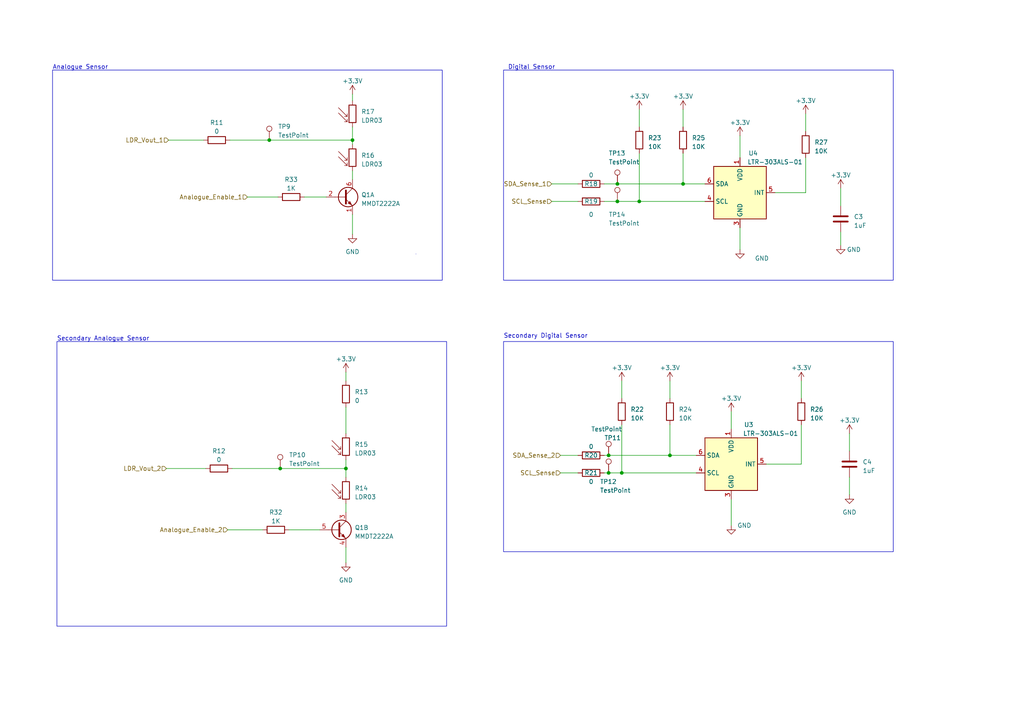
<source format=kicad_sch>
(kicad_sch (version 20230121) (generator eeschema)
  (paper "A4")
  (title_block (title "LSU HAT") (date "2023-03-11") (rev "Rev 1") (company "UCT") (comment 1 "Author: Charles Portman") (comment 2 "EEE3088F Design Project"))
  (lib_symbols
    (symbol "Connector:TestPoint" (pin_numbers hide) (pin_names (offset 0.762) hide)
      (property "Reference" "TP" (at 0 6.858 0))
      (property "Value" "TestPoint" (at 0 5.08 0))
      (symbol "TestPoint_0_1"
        (circle (center 0 3.302) (radius 0.762))
      )
      (symbol "TestPoint_1_1"
        (pin passive line (at 0 0 90) (length 2.54) (name "1") (number "1"))
      )
    )
    (symbol "Device:C" (pin_numbers hide) (pin_names (offset 0.254))
      (property "Reference" "C" (at 0.635 2.54 0))
      (property "Value" "C" (at 0.635 -2.54 0))
      (symbol "C_0_1"
        (polyline (pts (xy -2.032 -0.762) (xy 2.032 -0.762)) (stroke (width 0.508)))
        (polyline (pts (xy -2.032 0.762) (xy 2.032 0.762)) (stroke (width 0.508)))
      )
      (symbol "C_1_1"
        (pin passive line (at 0 3.81 270) (length 2.794) (name "~") (number "1"))
        (pin passive line (at 0 -3.81 90) (length 2.794) (name "~") (number "2"))
      )
    )
    (symbol "Device:R" (pin_numbers hide) (pin_names (offset 0))
      (property "Reference" "R" (at 2.032 0 90))
      (property "Value" "R" (at 0 0 90))
      (symbol "R_0_1"
        (rectangle (start -1.016 -2.54) (end 1.016 2.54) (stroke (width 0.254)))
      )
      (symbol "R_1_1"
        (pin passive line (at 0 3.81 270) (length 1.27) (name "~") (number "1"))
        (pin passive line (at 0 -3.81 90) (length 1.27) (name "~") (number "2"))
      )
    )
    (symbol "Sensor_Optical:LDR03" (pin_numbers hide) (pin_names (offset 0))
      (property "Reference" "R" (at -5.08 0 90))
      (property "Value" "LDR03" (at 1.905 0 90))
      (symbol "LDR03_0_1"
        (rectangle (start -1.016 2.54) (end 1.016 -2.54) (stroke (width 0.254)))
        (polyline (pts (xy -1.524 -2.286) (xy -4.064 0.254)))
        (polyline (pts (xy -1.524 -2.286) (xy -2.286 -2.286)))
        (polyline (pts (xy -1.524 -2.286) (xy -1.524 -1.524)))
        (polyline (pts (xy -1.524 -0.762) (xy -4.064 1.778)))
        (polyline (pts (xy -1.524 -0.762) (xy -2.286 -0.762)))
        (polyline (pts (xy -1.524 -0.762) (xy -1.524 0)))
      )
      (symbol "LDR03_1_1"
        (pin passive line (at 0 3.81 270) (length 1.27) (name "~") (number "1"))
        (pin passive line (at 0 -3.81 90) (length 1.27) (name "~") (number "2"))
      )
    )
    (symbol "Sensor_Optical:LTR-303ALS-01"
      (property "Reference" "U" (at -7.62 8.89 0))
      (property "Value" "LTR-303ALS-01" (at 1.27 8.89 0))
      (symbol "LTR-303ALS-01_0_1"
        (rectangle (start -7.62 7.62) (end 7.62 -7.62) (stroke (width 0.254)) (fill (type background)))
      )
      (symbol "LTR-303ALS-01_1_1"
        (pin power_in line (at 0 10.16 270) (length 2.54) (name "VDD") (number "1"))
        (pin no_connect line (at 2.54 0 180) (length 2.54) hide (name "NC") (number "2"))
        (pin power_in line (at 0 -10.16 90) (length 2.54) (name "GND") (number "3"))
        (pin input line (at -10.16 -2.54 0) (length 2.54) (name "SCL") (number "4"))
        (pin open_collector line (at 10.16 0 180) (length 2.54) (name "INT") (number "5"))
        (pin bidirectional line (at -10.16 2.54 0) (length 2.54) (name "SDA") (number "6"))
      )
    )
    (symbol "Transistor_BJT:MMDT2222A" (pin_names (offset 0) hide)
      (property "Reference" "Q" (at 5.08 1.27 0))
      (property "Value" "MMDT2222A" (at 5.08 -1.27 0))
      (symbol "MMDT2222A_0_1"
        (polyline (pts (xy 0.635 0) (xy -2.54 0)))
        (polyline (pts (xy 0.635 0.635) (xy 2.54 2.54)))
        (polyline (pts (xy 0.635 -0.635) (xy 2.54 -2.54) (xy 2.54 -2.54)))
        (polyline (pts (xy 0.635 1.905) (xy 0.635 -1.905) (xy 0.635 -1.905)) (stroke (width 0.508)))
        (polyline (pts (xy 1.27 -1.778) (xy 1.778 -1.27) (xy 2.286 -2.286) (xy 1.27 -1.778) (xy 1.27 -1.778)) (fill (type outline)))
        (circle (center 1.27 0) (radius 2.8194) (stroke (width 0.254)))
      )
      (symbol "MMDT2222A_1_1"
        (pin passive line (at 2.54 -5.08 90) (length 2.54) (name "E1") (number "1"))
        (pin input line (at -5.08 0 0) (length 2.54) (name "B1") (number "2"))
        (pin passive line (at 2.54 5.08 270) (length 2.54) (name "C1") (number "6"))
      )
      (symbol "MMDT2222A_2_1"
        (pin passive line (at 2.54 5.08 270) (length 2.54) (name "C2") (number "3"))
        (pin passive line (at 2.54 -5.08 90) (length 2.54) (name "E2") (number "4"))
        (pin input line (at -5.08 0 0) (length 2.54) (name "B2") (number "5"))
      )
    )
    (symbol "power:+3.3V" (power) (pin_names (offset 0))
      (property "Value" "+3.3V" (at 0 3.556 0))
      (symbol "+3.3V_0_1"
        (polyline (pts (xy -0.762 1.27) (xy 0 2.54)))
        (polyline (pts (xy 0 0) (xy 0 2.54)))
        (polyline (pts (xy 0 2.54) (xy 0.762 1.27)))
      )
      (symbol "+3.3V_1_1"
        (pin power_in line (at 0 0 90) (length 0) hide (name "+3.3V") (number "1"))
      )
    )
    (symbol "power:GND" (power) (pin_names (offset 0))
      (property "Value" "GND" (at 0 -3.81 0))
      (symbol "GND_0_1"
        (polyline (pts (xy 0 0) (xy 0 -1.27) (xy 1.27 -1.27) (xy 0 -2.54) (xy -1.27 -1.27) (xy 0 -1.27)))
      )
      (symbol "GND_1_1"
        (pin power_in line (at 0 0 270) (length 0) hide (name "GND") (number "1"))
      )
    )
  )
  (junction (at 198.12 53.34))
  (junction (at 179.07 53.34))
  (junction (at 179.07 58.42))
  (junction (at 185.42 58.42))
  (junction (at 180.34 137.16))
  (junction (at 176.53 132.08))
  (junction (at 81.28 135.89))
  (junction (at 102.235 40.64))
  (junction (at 176.53 137.16))
  (junction (at 100.33 135.89))
  (junction (at 194.31 132.08))
  (junction (at 78.105 40.64))
  (wire (pts (xy 214.63 66.04) (xy 214.63 72.39)))
  (wire (pts (xy 88.265 57.15) (xy 94.615 57.15)))
  (wire (pts (xy 232.41 123.19) (xy 232.41 134.62)))
  (wire (pts (xy 212.09 144.78) (xy 212.09 152.4)))
  (wire (pts (xy 100.33 135.89) (xy 100.33 138.43)))
  (wire (pts (xy 201.93 137.16) (xy 180.34 137.16)))
  (wire (pts (xy 194.31 132.08) (xy 194.31 123.19)))
  (wire (pts (xy 83.82 153.67) (xy 92.71 153.67)))
  (wire (pts (xy 232.41 134.62) (xy 222.25 134.62)))
  (wire (pts (xy 162.56 137.16) (xy 167.64 137.16)))
  (wire (pts (xy 78.105 40.64) (xy 102.235 40.64)))
  (wire (pts (xy 185.42 44.45) (xy 185.42 58.42)))
  (wire (pts (xy 194.31 110.49) (xy 194.31 115.57)))
  (wire (pts (xy 233.68 33.02) (xy 233.68 38.1)))
  (wire (pts (xy 243.84 67.31) (xy 243.84 71.12)))
  (wire (pts (xy 185.42 31.75) (xy 185.42 36.83)))
  (wire (pts (xy 102.235 62.23) (xy 102.235 67.945)))
  (wire (pts (xy 48.26 135.89) (xy 59.69 135.89)))
  (wire (pts (xy 66.04 153.67) (xy 76.2 153.67)))
  (wire (pts (xy 48.895 40.64) (xy 59.055 40.64)))
  (wire (pts (xy 176.53 137.16) (xy 180.34 137.16)))
  (wire (pts (xy 100.33 158.75) (xy 100.33 163.195)))
  (wire (pts (xy 233.68 55.88) (xy 224.79 55.88)))
  (wire (pts (xy 246.38 138.43) (xy 246.38 143.51)))
  (wire (pts (xy 160.02 58.42) (xy 167.64 58.42)))
  (wire (pts (xy 100.33 118.11) (xy 100.33 125.73)))
  (wire (pts (xy 175.26 58.42) (xy 179.07 58.42)))
  (wire (pts (xy 66.675 40.64) (xy 78.105 40.64)))
  (wire (pts (xy 232.41 110.49) (xy 232.41 115.57)))
  (wire (pts (xy 162.56 132.08) (xy 167.64 132.08)))
  (wire (pts (xy 201.93 132.08) (xy 194.31 132.08)))
  (wire (pts (xy 243.84 54.61) (xy 243.84 59.69)))
  (wire (pts (xy 179.07 53.34) (xy 198.12 53.34)))
  (wire (pts (xy 160.02 53.34) (xy 167.64 53.34)))
  (wire (pts (xy 214.63 39.37) (xy 214.63 45.72)))
  (wire (pts (xy 180.34 137.16) (xy 180.34 123.19)))
  (wire (pts (xy 179.07 58.42) (xy 185.42 58.42)))
  (wire (pts (xy 100.33 107.95) (xy 100.33 110.49)))
  (wire (pts (xy 102.235 27.305) (xy 102.235 29.21)))
  (wire (pts (xy 185.42 58.42) (xy 204.47 58.42)))
  (wire (pts (xy 67.31 135.89) (xy 81.28 135.89)))
  (wire (pts (xy 246.38 125.73) (xy 246.38 130.81)))
  (wire (pts (xy 233.68 45.72) (xy 233.68 55.88)))
  (wire (pts (xy 100.33 146.05) (xy 100.33 148.59)))
  (wire (pts (xy 71.755 57.15) (xy 80.645 57.15)))
  (wire (pts (xy 175.26 132.08) (xy 176.53 132.08)))
  (wire (pts (xy 81.28 135.89) (xy 100.33 135.89)))
  (wire (pts (xy 175.26 53.34) (xy 179.07 53.34)))
  (wire (pts (xy 180.34 110.49) (xy 180.34 115.57)))
  (wire (pts (xy 102.235 36.83) (xy 102.235 40.64)))
  (wire (pts (xy 175.26 137.16) (xy 176.53 137.16)))
  (wire (pts (xy 198.12 53.34) (xy 204.47 53.34)))
  (wire (pts (xy 212.09 119.38) (xy 212.09 124.46)))
  (wire (pts (xy 198.12 44.45) (xy 198.12 53.34)))
  (wire (pts (xy 102.235 40.64) (xy 102.235 41.91)))
  (wire (pts (xy 176.53 132.08) (xy 194.31 132.08)))
  (wire (pts (xy 102.235 49.53) (xy 102.235 52.07)))
  (wire (pts (xy 198.12 31.75) (xy 198.12 36.83)))
  (wire (pts (xy 100.33 135.89) (xy 100.33 133.35)))
  (rectangle (start 16.51 99.06) (end 129.54 181.61))
  (rectangle (start 146.05 99.06) (end 259.08 160.02))
  (rectangle (start 15.24 20.32) (end 128.27 81.28))
  (rectangle (start 120.65 73.66) (end 120.65 73.66))
  (rectangle (start 146.05 20.32) (end 259.08 81.28))
  (text "Digital Sensor" (at 147.32 20.32 0) (effects (font (size 1.27 1.27)) (justify left bottom)))
  (text "Analogue Sensor" (at 15.24 20.32 0) (effects (font (size 1.27 1.27)) (justify left bottom)))
  (text "Secondary Digital Sensor\n\n" (at 146.05 100.33 0) (effects (font (size 1.27 1.27)) (justify left bottom)))
  (text "Secondary Analogue Sensor\n" (at 16.51 99.06 0) (effects (font (size 1.27 1.27)) (justify left bottom)))
  (hierarchical_label "SDA_Sense_2" (shape input) (at 162.56 132.08 180))
  (hierarchical_label "LDR_Vout_2" (shape input) (at 48.26 135.89 180))
  (hierarchical_label "SCL_Sense" (shape input) (at 162.56 137.16 180))
  (hierarchical_label "SDA_Sense_1" (shape input) (at 160.02 53.34 180))
  (hierarchical_label "LDR_Vout_1" (shape input) (at 48.895 40.64 180))
  (hierarchical_label "Analogue_Enable_2" (shape input) (at 66.04 153.67 180))
  (hierarchical_label "Analogue_Enable_1" (shape input) (at 71.755 57.15 180))
  (hierarchical_label "SCL_Sense" (shape input) (at 160.02 58.42 180))
  (symbol (lib_id "Sensor_Optical:LDR03") (at 100.33 129.54 0) (unit 1)
    (property "Reference" "R15" (at 102.87 128.905 0) (effects (justify left)))
    (property "Value" "LDR03" (at 102.87 131.445 0) (effects (justify left)))
    (property "Footprint" "OptoDevice:R_LDR_10x8.5mm_P7.6mm_Vertical" (effects hide))
    (property "Datasheet" "http://www.elektronica-https://datasheet.lcsc.com/lcsc/1810170710_JCHL-Shenzhen-Jing-Chuang-He-Li-Tech-GL3516-5-10K-_C11287.pdf" (effects hide))
    (property "Price" "0.1298" (effects hide))
    (property "Extended" "1" (effects hide))
    (property "Description" "LDR" (effects hide))
    (property "Manufacturer_Part_Number" "GL3516" (effects hide))
    (property "JLC Part Number" "C11287" (effects hide))
  )
  (symbol (lib_id "power:+3.3V") (at 232.41 110.49 0) (unit 1)
    (property "Reference" "#PWR027" (effects hide))
    (property "Value" "+3.3V" (at 232.41 106.68 0))
  )
  (symbol (lib_id "Sensor_Optical:LDR03") (at 102.235 33.02 0) (unit 1)
    (property "Reference" "R17" (at 104.775 32.385 0) (effects (justify left)))
    (property "Value" "LDR03" (at 104.775 34.925 0) (effects (justify left)))
    (property "Footprint" "OptoDevice:R_LDR_10x8.5mm_P7.6mm_Vertical" (effects hide))
    (property "Datasheet" "http://www.elektronica-https://datasheet.lcsc.com/lcsc/1810170710_JCHL-Shenzhen-Jing-Chuang-He-Li-Tech-GL3516-5-10K-_C11287.pdf" (effects hide))
    (property "Price" "0.1298" (effects hide))
    (property "Extended" "1" (effects hide))
    (property "Description" "LDR" (effects hide))
    (property "Manufacturer_Part_Number" "GL3516" (effects hide))
    (property "JLC Part Number" "C11287" (effects hide))
  )
  (symbol (lib_id "power:+3.3V") (at 198.12 31.75 0) (unit 1)
    (property "Reference" "#PWR022" (effects hide))
    (property "Value" "+3.3V" (at 198.12 27.94 0))
  )
  (symbol (lib_id "power:+3.3V") (at 214.63 39.37 0) (unit 1)
    (property "Reference" "#PWR025" (effects hide))
    (property "Value" "+3.3V" (at 214.63 35.56 0))
  )
  (symbol (lib_id "Device:R") (at 100.33 114.3 180) (unit 1)
    (property "Reference" "R13" (at 102.87 113.665 0) (effects (justify right)))
    (property "Value" "0" (at 102.87 116.205 0) (effects (justify right)))
    (property "Footprint" "Resistor_SMD:R_0805_2012Metric" (effects hide))
    (property "Datasheet" "https://datasheet.lcsc.com/lcsc/2206010216_UNI-ROYAL-Uniroyal-Elec-0402WGF0000TCE_C17168.pdf" (effects hide))
    (property "Price" "0.0022" (effects hide))
    (property "Extended" "0" (effects hide))
    (property "Description" "0 Resistor 0805" (effects hide))
    (property "Manufacturer_Part_Number" "0805W8F0000T5E" (effects hide))
    (property "JLC Part Number" "C17477" (effects hide))
    (property "Manufacturer_Name" "ROYALOHM" (effects hide))
  )
  (symbol (lib_id "Device:R") (at 171.45 132.08 270) (unit 1)
    (property "Reference" "R20" (at 171.45 132.08 90))
    (property "Value" "0" (at 171.45 129.54 90))
    (property "Footprint" "Resistor_SMD:R_0805_2012Metric" (effects hide))
    (property "Datasheet" "https://datasheet.lcsc.com/lcsc/2206010216_UNI-ROYAL-Uniroyal-Elec-0402WGF0000TCE_C17168.pdf" (effects hide))
    (property "Price" "0.0022" (effects hide))
    (property "Extended" "0" (effects hide))
    (property "Description" "0 Resistor 0805" (effects hide))
    (property "Manufacturer_Part_Number" "0805W8F0000T5E" (effects hide))
    (property "JLC Part Number" "C17477" (effects hide))
    (property "Manufacturer_Name" "ROYALOHM" (effects hide))
  )
  (symbol (lib_id "power:GND") (at 100.33 163.195 0) (unit 1)
    (property "Reference" "#PWR017" (effects hide))
    (property "Value" "GND" (at 100.33 168.275 0))
  )
  (symbol (lib_id "Device:R") (at 171.45 137.16 90) (unit 1)
    (property "Reference" "R21" (at 171.45 137.16 90))
    (property "Value" "0" (at 171.45 139.7 90))
    (property "Footprint" "Resistor_SMD:R_0805_2012Metric" (effects hide))
    (property "Datasheet" "https://datasheet.lcsc.com/lcsc/2206010216_UNI-ROYAL-Uniroyal-Elec-0402WGF0000TCE_C17168.pdf" (effects hide))
    (property "Price" "0.0022" (effects hide))
    (property "Extended" "0" (effects hide))
    (property "Description" "0 Resistor 0805" (effects hide))
    (property "Manufacturer_Part_Number" "0805W8F0000T5E" (effects hide))
    (property "JLC Part Number" "C17477" (effects hide))
    (property "Manufacturer_Name" "ROYALOHM" (effects hide))
  )
  (symbol (lib_id "power:GND") (at 102.235 67.945 0) (unit 1)
    (property "Reference" "#PWR018" (effects hide))
    (property "Value" "GND" (at 102.235 73.025 0))
  )
  (symbol (lib_id "Sensor_Optical:LDR03") (at 100.33 142.24 0) (unit 1)
    (property "Reference" "R14" (at 102.87 141.605 0) (effects (justify left)))
    (property "Value" "LDR03" (at 102.87 144.145 0) (effects (justify left)))
    (property "Footprint" "OptoDevice:R_LDR_10x8.5mm_P7.6mm_Vertical" (effects hide))
    (property "Datasheet" "http://www.elektronica-https://datasheet.lcsc.com/lcsc/1810170710_JCHL-Shenzhen-Jing-Chuang-He-Li-Tech-GL3516-5-10K-_C11287.pdf" (effects hide))
    (property "Price" "0.1298" (effects hide))
    (property "Extended" "1" (effects hide))
    (property "Description" "LDR" (effects hide))
    (property "Manufacturer_Part_Number" "GL3516" (effects hide))
    (property "JLC Part Number" "C11287" (effects hide))
  )
  (symbol (lib_id "Connector:TestPoint") (at 179.07 53.34 0) (unit 1)
    (property "Reference" "TP13" (at 176.53 44.45 0) (effects (justify left)))
    (property "Value" "TestPoint" (at 176.53 46.99 0) (effects (justify left)))
    (property "Footprint" "TestPoint:TestPoint_Pad_2.0x2.0mm" (effects hide))
    (property "Price" "0" (effects hide))
    (property "Extended" "0" (effects hide))
    (property "Manufacturer_Part_Number" "DNP" (effects hide))
    (property "Description" "Test Point" (effects hide))
    (property "JLC Part Number" "DNP" (effects hide))
  )
  (symbol (lib_id "Device:R") (at 185.42 40.64 0) (unit 1)
    (property "Reference" "R23" (at 187.96 40.005 0) (effects (justify left)))
    (property "Value" "10K" (at 187.96 42.545 0) (effects (justify left)))
    (property "Footprint" "Resistor_SMD:R_0805_2012Metric" (effects hide))
    (property "Datasheet" "https://datasheet.lcsc.com/lcsc/2206010216_UNI-ROYAL-Uniroyal-Elec-0805W8F1002T5E_C17414.pdf" (effects hide))
    (property "Price" "0.001" (effects hide))
    (property "Extended" "0" (effects hide))
    (property "Description" "10K Resistor 0805" (effects hide))
    (property "Manufacturer_Part_Number" "0805W8F1002T5E" (effects hide))
    (property "JLC Part Number" "C17414" (effects hide))
  )
  (symbol (lib_id "Device:R") (at 84.455 57.15 90) (unit 1)
    (property "Reference" "R33" (at 84.455 52.07 90))
    (property "Value" "1K" (at 84.455 54.61 90))
    (property "Footprint" "Resistor_SMD:R_0805_2012Metric" (effects hide))
    (property "Datasheet" "https://datasheet.lcsc.com/lcsc/2206010216_UNI-ROYAL-Uniroyal-Elec-0402WGF0000TCE_C17168.pdf" (effects hide))
    (property "Price" "0.0021" (effects hide))
    (property "Extended" "0" (effects hide))
    (property "Description" "1k Resistor 0805" (effects hide))
    (property "Manufacturer_Part_Number" "0805W8F1001T5E" (effects hide))
    (property "JLC Part Number" "C17513" (effects hide))
    (property "Manufacturer_Name" "ROYALOHM" (effects hide))
  )
  (symbol (lib_id "Device:R") (at 80.01 153.67 90) (unit 1)
    (property "Reference" "R32" (at 80.01 148.59 90))
    (property "Value" "1K" (at 80.01 151.13 90))
    (property "Footprint" "Resistor_SMD:R_0805_2012Metric" (effects hide))
    (property "Datasheet" "https://datasheet.lcsc.com/lcsc/2206010216_UNI-ROYAL-Uniroyal-Elec-0402WGF0000TCE_C17168.pdf" (effects hide))
    (property "Price" "0.0021" (effects hide))
    (property "Extended" "0" (effects hide))
    (property "Description" "1k Resistor 0805" (effects hide))
    (property "Manufacturer_Part_Number" "0805W8F1001T5E" (effects hide))
    (property "JLC Part Number" "C17513" (effects hide))
    (property "Manufacturer_Name" "ROYALOHM" (effects hide))
  )
  (symbol (lib_id "power:GND") (at 246.38 143.51 0) (unit 1)
    (property "Reference" "#PWR032" (effects hide))
    (property "Value" "GND" (at 246.38 148.59 0))
  )
  (symbol (lib_id "Device:R") (at 194.31 119.38 0) (unit 1)
    (property "Reference" "R24" (at 196.85 118.745 0) (effects (justify left)))
    (property "Value" "10K" (at 196.85 121.285 0) (effects (justify left)))
    (property "Footprint" "Resistor_SMD:R_0805_2012Metric" (effects hide))
    (property "Datasheet" "https://datasheet.lcsc.com/lcsc/2206010216_UNI-ROYAL-Uniroyal-Elec-0805W8F1002T5E_C17414.pdf" (effects hide))
    (property "Price" "0.001" (effects hide))
    (property "Extended" "0" (effects hide))
    (property "Description" "10K Resistor 0805" (effects hide))
    (property "Manufacturer_Part_Number" "0805W8F1002T5E" (effects hide))
    (property "JLC Part Number" "C17414" (effects hide))
  )
  (symbol (lib_id "power:GND") (at 214.63 72.39 0) (unit 1)
    (property "Reference" "#PWR026" (effects hide))
    (property "Value" "GND" (at 220.98 74.93 0))
  )
  (symbol (lib_id "power:+3.3V") (at 246.38 125.73 0) (unit 1)
    (property "Reference" "#PWR031" (effects hide))
    (property "Value" "+3.3V" (at 246.38 121.92 0))
  )
  (symbol (lib_id "Sensor_Optical:LTR-303ALS-01") (at 214.63 55.88 0) (unit 1)
    (property "Reference" "U4" (at 218.44 44.45 0))
    (property "Value" "LTR-303ALS-01" (at 224.79 46.99 0))
    (property "Footprint" "OptoDevice:Lite-On_LTR-303ALS-01" (effects hide))
    (property "Datasheet" "https://datasheet.lcsc.com/lcsc/1912111437_Lite-On-LTR-303ALS-01_C364577.pdf" (effects hide))
    (property "Price" "0.3762" (effects hide))
    (property "Extended" "1" (effects hide))
    (property "Description" "ALS" (effects hide))
    (property "Manufacturer_Part_Number" "LTR-303ALS-01" (effects hide))
    (property "JLC Part Number" "C364577" (effects hide))
  )
  (symbol (lib_id "power:GND") (at 243.84 71.12 0) (unit 1)
    (property "Reference" "#PWR030" (effects hide))
    (property "Value" "GND" (at 247.65 72.39 0))
  )
  (symbol (lib_id "Sensor_Optical:LDR03") (at 102.235 45.72 0) (unit 1)
    (property "Reference" "R16" (at 104.775 45.085 0) (effects (justify left)))
    (property "Value" "LDR03" (at 104.775 47.625 0) (effects (justify left)))
    (property "Footprint" "OptoDevice:R_LDR_10x8.5mm_P7.6mm_Vertical" (effects hide))
    (property "Datasheet" "http://www.elektronica-https://datasheet.lcsc.com/lcsc/1810170710_JCHL-Shenzhen-Jing-Chuang-He-Li-Tech-GL3516-5-10K-_C11287.pdf" (effects hide))
    (property "Price" "0.1298" (effects hide))
    (property "Extended" "1" (effects hide))
    (property "Description" "LDR" (effects hide))
    (property "Manufacturer_Part_Number" "GL3516" (effects hide))
    (property "JLC Part Number" "C11287" (effects hide))
  )
  (symbol (lib_id "Device:R") (at 198.12 40.64 0) (unit 1)
    (property "Reference" "R25" (at 200.66 40.005 0) (effects (justify left)))
    (property "Value" "10K" (at 200.66 42.545 0) (effects (justify left)))
    (property "Footprint" "Resistor_SMD:R_0805_2012Metric" (effects hide))
    (property "Datasheet" "https://datasheet.lcsc.com/lcsc/2206010216_UNI-ROYAL-Uniroyal-Elec-0805W8F1002T5E_C17414.pdf" (effects hide))
    (property "Price" "0.001" (effects hide))
    (property "Extended" "0" (effects hide))
    (property "Description" "10K Resistor 0805" (effects hide))
    (property "Manufacturer_Part_Number" "0805W8F1002T5E" (effects hide))
    (property "JLC Part Number" "C17414" (effects hide))
  )
  (symbol (lib_id "power:+3.3V") (at 100.33 107.95 0) (unit 1)
    (property "Reference" "#PWR016" (effects hide))
    (property "Value" "+3.3V" (at 100.33 104.14 0))
  )
  (symbol (lib_id "Connector:TestPoint") (at 176.53 137.16 0) (unit 1)
    (property "Reference" "TP12" (at 173.99 139.7 0) (effects (justify left)))
    (property "Value" "TestPoint" (at 173.99 142.24 0) (effects (justify left)))
    (property "Footprint" "TestPoint:TestPoint_Pad_2.0x2.0mm" (effects hide))
    (property "Price" "0" (effects hide))
    (property "Extended" "0" (effects hide))
    (property "Manufacturer_Part_Number" "DNP" (effects hide))
    (property "Description" "Test Point" (effects hide))
    (property "JLC Part Number" "DNP" (effects hide))
  )
  (symbol (lib_id "Device:R") (at 63.5 135.89 90) (unit 1)
    (property "Reference" "R12" (at 63.5 130.81 90))
    (property "Value" "0" (at 63.5 133.35 90))
    (property "Footprint" "Resistor_SMD:R_0805_2012Metric" (effects hide))
    (property "Datasheet" "https://datasheet.lcsc.com/lcsc/2206010216_UNI-ROYAL-Uniroyal-Elec-0402WGF0000TCE_C17168.pdf" (effects hide))
    (property "Price" "0.0022" (effects hide))
    (property "Extended" "0" (effects hide))
    (property "Description" "0 Resistor 0805" (effects hide))
    (property "Manufacturer_Part_Number" "0805W8F0000T5E" (effects hide))
    (property "JLC Part Number" "C17477" (effects hide))
    (property "Manufacturer_Name" "ROYALOHM" (effects hide))
  )
  (symbol (lib_id "Connector:TestPoint") (at 179.07 58.42 0) (unit 1)
    (property "Reference" "TP14" (at 176.53 62.23 0) (effects (justify left)))
    (property "Value" "TestPoint" (at 176.53 64.77 0) (effects (justify left)))
    (property "Footprint" "TestPoint:TestPoint_Pad_2.0x2.0mm" (effects hide))
    (property "Price" "0" (effects hide))
    (property "Extended" "0" (effects hide))
    (property "Manufacturer_Part_Number" "DNP" (effects hide))
    (property "Description" "Test Point" (effects hide))
    (property "JLC Part Number" "DNP" (effects hide))
  )
  (symbol (lib_id "power:+3.3V") (at 102.235 27.305 0) (unit 1)
    (property "Reference" "#PWR015" (effects hide))
    (property "Value" "+3.3V" (at 102.235 23.495 0))
  )
  (symbol (lib_id "Device:C") (at 243.84 63.5 0) (unit 1)
    (property "Reference" "C3" (at 247.65 62.865 0) (effects (justify left)))
    (property "Value" "1uF" (at 247.65 65.405 0) (effects (justify left)))
    (property "Footprint" "Capacitor_SMD:C_0805_2012Metric" (effects hide))
    (property "Datasheet" "https://datasheet.lcsc.com/lcsc/1810191216_Samsung-Electro-Mechanics-CL21B105KBFNNNE_C28323.pdf" (effects hide))
    (property "Price" "0.0092" (effects hide))
    (property "Extended" "0" (effects hide))
    (property "Description" "1uF Cap 0805" (effects hide))
    (property "Manufacturer_Part_Number" "CL21B105KBFNNNE" (effects hide))
    (property "JLC Part Number" "C28323" (effects hide))
  )
  (symbol (lib_id "Connector:TestPoint") (at 81.28 135.89 0) (unit 1)
    (property "Reference" "TP10" (at 83.82 131.953 0) (effects (justify left)))
    (property "Value" "TestPoint" (at 83.82 134.493 0) (effects (justify left)))
    (property "Footprint" "TestPoint:TestPoint_Pad_2.0x2.0mm" (effects hide))
    (property "Price" "0" (effects hide))
    (property "Extended" "0" (effects hide))
    (property "Manufacturer_Part_Number" "DNP" (effects hide))
    (property "Description" "Test Point" (effects hide))
    (property "JLC Part Number" "DNP" (effects hide))
  )
  (symbol (lib_id "power:+3.3V") (at 180.34 110.49 0) (unit 1)
    (property "Reference" "#PWR019" (effects hide))
    (property "Value" "+3.3V" (at 180.34 106.68 0))
  )
  (symbol (lib_id "power:+3.3V") (at 185.42 31.75 0) (unit 1)
    (property "Reference" "#PWR020" (effects hide))
    (property "Value" "+3.3V" (at 185.42 27.94 0))
  )
  (symbol (lib_id "Device:R") (at 171.45 58.42 90) (unit 1)
    (property "Reference" "R19" (at 171.45 58.42 90))
    (property "Value" "0" (at 171.45 62.23 90))
    (property "Footprint" "Resistor_SMD:R_0805_2012Metric" (effects hide))
    (property "Datasheet" "https://datasheet.lcsc.com/lcsc/2206010216_UNI-ROYAL-Uniroyal-Elec-0402WGF0000TCE_C17168.pdf" (effects hide))
    (property "Price" "0.0022" (effects hide))
    (property "Extended" "0" (effects hide))
    (property "Description" "0 Resistor 0805" (effects hide))
    (property "Manufacturer_Part_Number" "0805W8F0000T5E" (effects hide))
    (property "JLC Part Number" "C17477" (effects hide))
    (property "Manufacturer_Name" "ROYALOHM" (effects hide))
  )
  (symbol (lib_id "Device:R") (at 233.68 41.91 0) (unit 1)
    (property "Reference" "R27" (at 236.22 41.275 0) (effects (justify left)))
    (property "Value" "10K" (at 236.22 43.815 0) (effects (justify left)))
    (property "Footprint" "Resistor_SMD:R_0805_2012Metric" (effects hide))
    (property "Datasheet" "https://datasheet.lcsc.com/lcsc/2206010216_UNI-ROYAL-Uniroyal-Elec-0805W8F1002T5E_C17414.pdf" (effects hide))
    (property "Price" "0.001" (effects hide))
    (property "Extended" "0" (effects hide))
    (property "Description" "10K Resistor 0805" (effects hide))
    (property "Manufacturer_Part_Number" "0805W8F1002T5E" (effects hide))
    (property "JLC Part Number" "C17414" (effects hide))
  )
  (symbol (lib_id "power:+3.3V") (at 212.09 119.38 0) (unit 1)
    (property "Reference" "#PWR023" (effects hide))
    (property "Value" "+3.3V" (at 212.09 115.57 0))
  )
  (symbol (lib_id "Sensor_Optical:LTR-303ALS-01") (at 212.09 134.62 0) (unit 1)
    (property "Reference" "U3" (at 217.17 123.19 0))
    (property "Value" "LTR-303ALS-01" (at 223.52 125.73 0))
    (property "Footprint" "OptoDevice:Lite-On_LTR-303ALS-01" (effects hide))
    (property "Datasheet" "https://datasheet.lcsc.com/lcsc/1912111437_Lite-On-LTR-303ALS-01_C364577.pdf" (effects hide))
    (property "Price" "0.3762" (effects hide))
    (property "Extended" "1" (effects hide))
    (property "Description" "ALS" (effects hide))
    (property "Manufacturer_Part_Number" "LTR-303ALS-01" (effects hide))
    (property "JLC Part Number" "C364577" (effects hide))
  )
  (symbol (lib_id "power:+3.3V") (at 233.68 33.02 0) (unit 1)
    (property "Reference" "#PWR028" (effects hide))
    (property "Value" "+3.3V" (at 233.68 29.21 0))
  )
  (symbol (lib_id "Device:R") (at 171.45 53.34 90) (unit 1)
    (property "Reference" "R18" (at 171.45 53.34 90))
    (property "Value" "0" (at 171.45 50.8 90))
    (property "Footprint" "Resistor_SMD:R_0805_2012Metric" (effects hide))
    (property "Datasheet" "https://datasheet.lcsc.com/lcsc/2206010216_UNI-ROYAL-Uniroyal-Elec-0402WGF0000TCE_C17168.pdf" (effects hide))
    (property "Price" "0.0022" (effects hide))
    (property "Extended" "0" (effects hide))
    (property "Description" "0 Resistor 0805" (effects hide))
    (property "Manufacturer_Part_Number" "0805W8F0000T5E" (effects hide))
    (property "JLC Part Number" "C17477" (effects hide))
    (property "Manufacturer_Name" "ROYALOHM" (effects hide))
  )
  (symbol (lib_id "Connector:TestPoint") (at 78.105 40.64 0) (unit 1)
    (property "Reference" "TP9" (at 80.645 36.703 0) (effects (justify left)))
    (property "Value" "TestPoint" (at 80.645 39.243 0) (effects (justify left)))
    (property "Footprint" "TestPoint:TestPoint_Pad_2.0x2.0mm" (effects hide))
    (property "Price" "0" (effects hide))
    (property "Extended" "0" (effects hide))
    (property "Manufacturer_Part_Number" "DNP" (effects hide))
    (property "Description" "Test Point" (effects hide))
    (property "JLC Part Number" "DNP" (effects hide))
  )
  (symbol (lib_id "Device:R") (at 62.865 40.64 270) (unit 1)
    (property "Reference" "R11" (at 62.865 35.56 90))
    (property "Value" "0" (at 62.865 38.1 90))
    (property "Footprint" "Resistor_SMD:R_0805_2012Metric" (effects hide))
    (property "Datasheet" "https://datasheet.lcsc.com/lcsc/2206010216_UNI-ROYAL-Uniroyal-Elec-0402WGF0000TCE_C17168.pdf" (effects hide))
    (property "Price" "0.0022" (effects hide))
    (property "Extended" "0" (effects hide))
    (property "Description" "0 Resistor 0805" (effects hide))
    (property "Manufacturer_Part_Number" "0805W8F0000T5E" (effects hide))
    (property "JLC Part Number" "C17477" (effects hide))
    (property "Manufacturer_Name" "ROYALOHM" (effects hide))
  )
  (symbol (lib_id "Device:C") (at 246.38 134.62 0) (unit 1)
    (property "Reference" "C4" (at 250.19 133.985 0) (effects (justify left)))
    (property "Value" "1uF" (at 250.19 136.525 0) (effects (justify left)))
    (property "Footprint" "Capacitor_SMD:C_0805_2012Metric" (effects hide))
    (property "Datasheet" "https://datasheet.lcsc.com/lcsc/1810191216_Samsung-Electro-Mechanics-CL21B105KBFNNNE_C28323.pdf" (effects hide))
    (property "Price" "0.0092" (effects hide))
    (property "Extended" "0" (effects hide))
    (property "Description" "1uF Cap 0805" (effects hide))
    (property "Manufacturer_Part_Number" "CL21B105KBFNNNE" (effects hide))
    (property "JLC Part Number" "C28323" (effects hide))
  )
  (symbol (lib_id "Transistor_BJT:MMDT2222A") (at 97.79 153.67 0) (unit 2)
    (property "Reference" "Q1" (at 102.87 153.035 0) (effects (justify left)))
    (property "Value" "MMDT2222A" (at 102.87 155.575 0) (effects (justify left)))
    (property "Footprint" "Package_TO_SOT_SMD:SOT-363_SC-70-6" (effects hide))
    (property "Datasheet" "http://www.diodes.com/_files/datasheets/ds30125.pdf" (effects hide))
    (property "Description" "Dual NPN Transistor" (effects hide))
    (property "Extended" "1" (effects hide))
    (property "JLC Part Number" "C96379" (effects hide))
    (property "Manufacturer_Part_Number" "MMDT2222A-7-F" (effects hide))
    (property "Price" "0.1787" (effects hide))
  )
  (symbol (lib_id "Device:R") (at 180.34 119.38 0) (unit 1)
    (property "Reference" "R22" (at 182.88 118.745 0) (effects (justify left)))
    (property "Value" "10K" (at 182.88 121.285 0) (effects (justify left)))
    (property "Footprint" "Resistor_SMD:R_0805_2012Metric" (effects hide))
    (property "Datasheet" "https://datasheet.lcsc.com/lcsc/2206010216_UNI-ROYAL-Uniroyal-Elec-0805W8F1002T5E_C17414.pdf" (effects hide))
    (property "Price" "0.001" (effects hide))
    (property "Extended" "0" (effects hide))
    (property "Description" "10K Resistor 0805" (effects hide))
    (property "Manufacturer_Part_Number" "0805W8F1002T5E" (effects hide))
    (property "JLC Part Number" "C17414" (effects hide))
  )
  (symbol (lib_id "power:+3.3V") (at 243.84 54.61 0) (unit 1)
    (property "Reference" "#PWR029" (effects hide))
    (property "Value" "+3.3V" (at 243.84 50.8 0))
  )
  (symbol (lib_id "Connector:TestPoint") (at 176.53 132.08 0) (unit 1)
    (property "Reference" "TP11" (at 175.26 127 0) (effects (justify left)))
    (property "Value" "TestPoint" (at 171.45 124.46 0) (effects (justify left)))
    (property "Footprint" "TestPoint:TestPoint_Pad_2.0x2.0mm" (effects hide))
    (property "Price" "0" (effects hide))
    (property "Extended" "0" (effects hide))
    (property "Manufacturer_Part_Number" "DNP" (effects hide))
    (property "Description" "Test Point" (effects hide))
    (property "JLC Part Number" "DNP" (effects hide))
  )
  (symbol (lib_id "power:+3.3V") (at 194.31 110.49 0) (unit 1)
    (property "Reference" "#PWR021" (effects hide))
    (property "Value" "+3.3V" (at 194.31 106.68 0))
  )
  (symbol (lib_id "Device:R") (at 232.41 119.38 0) (unit 1)
    (property "Reference" "R26" (at 234.95 118.745 0) (effects (justify left)))
    (property "Value" "10K" (at 234.95 121.285 0) (effects (justify left)))
    (property "Footprint" "Resistor_SMD:R_0805_2012Metric" (effects hide))
    (property "Datasheet" "https://datasheet.lcsc.com/lcsc/2206010216_UNI-ROYAL-Uniroyal-Elec-0805W8F1002T5E_C17414.pdf" (effects hide))
    (property "Price" "0.001" (effects hide))
    (property "Extended" "0" (effects hide))
    (property "Description" "10K Resistor 0805" (effects hide))
    (property "Manufacturer_Part_Number" "0805W8F1002T5E" (effects hide))
    (property "JLC Part Number" "C17414" (effects hide))
  )
  (symbol (lib_id "Transistor_BJT:MMDT2222A") (at 99.695 57.15 0) (unit 1)
    (property "Reference" "Q1" (at 104.775 56.515 0) (effects (justify left)))
    (property "Value" "MMDT2222A" (at 104.775 59.055 0) (effects (justify left)))
    (property "Footprint" "Package_TO_SOT_SMD:SOT-363_SC-70-6" (effects hide))
    (property "Datasheet" "http://www.diodes.com/_files/datasheets/ds30125.pdf" (effects hide))
    (property "Description" "Dual NPN Transistor" (effects hide))
    (property "Extended" "1" (effects hide))
    (property "JLC Part Number" "C96379" (effects hide))
    (property "Manufacturer_Part_Number" "MMDT2222A-7-F" (effects hide))
    (property "Price" "0.1787" (effects hide))
  )
  (symbol (lib_id "power:GND") (at 212.09 152.4 0) (unit 1)
    (property "Reference" "#PWR024" (effects hide))
    (property "Value" "GND" (at 215.9 152.4 0))
  )
)
</source>
